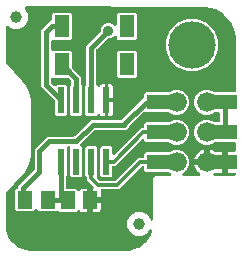
<source format=gbr>
G04 EAGLE Gerber RS-274X export*
G75*
%MOMM*%
%FSLAX34Y34*%
%LPD*%
%INBottom Copper*%
%IPPOS*%
%AMOC8*
5,1,8,0,0,1.08239X$1,22.5*%
G01*
%ADD10R,1.300000X1.900000*%
%ADD11R,1.240000X1.500000*%
%ADD12C,4.016000*%
%ADD13R,0.600000X2.200000*%
%ADD14C,1.676400*%
%ADD15R,2.032000X1.270000*%
%ADD16C,1.000000*%
%ADD17C,0.406400*%
%ADD18C,0.906400*%
%ADD19C,0.304800*%

G36*
X105432Y4067D02*
X105432Y4067D01*
X105510Y4069D01*
X108887Y4334D01*
X108955Y4348D01*
X109024Y4353D01*
X109180Y4393D01*
X115604Y6480D01*
X115711Y6530D01*
X115822Y6574D01*
X115873Y6607D01*
X115892Y6615D01*
X115907Y6628D01*
X115958Y6660D01*
X121422Y10631D01*
X121509Y10712D01*
X121556Y10751D01*
X121562Y10755D01*
X121563Y10756D01*
X121601Y10788D01*
X121639Y10834D01*
X121654Y10848D01*
X121665Y10866D01*
X121703Y10912D01*
X125674Y16376D01*
X125731Y16480D01*
X125795Y16580D01*
X125817Y16637D01*
X125827Y16655D01*
X125832Y16675D01*
X125854Y16730D01*
X127090Y20535D01*
X127095Y20561D01*
X127106Y20586D01*
X127125Y20717D01*
X127150Y20847D01*
X127148Y20874D01*
X127152Y20900D01*
X127138Y21032D01*
X127130Y21165D01*
X127122Y21190D01*
X127119Y21216D01*
X127073Y21341D01*
X127032Y21467D01*
X127017Y21490D01*
X127008Y21515D01*
X126932Y21624D01*
X126861Y21736D01*
X126842Y21754D01*
X126827Y21776D01*
X126726Y21863D01*
X126630Y21953D01*
X126606Y21966D01*
X126586Y21984D01*
X126467Y22043D01*
X126351Y22107D01*
X126325Y22113D01*
X126301Y22125D01*
X126171Y22153D01*
X126043Y22186D01*
X126016Y22186D01*
X125990Y22192D01*
X125857Y22186D01*
X125725Y22186D01*
X125699Y22180D01*
X125673Y22179D01*
X125545Y22140D01*
X125417Y22108D01*
X125394Y22095D01*
X125368Y22087D01*
X125254Y22018D01*
X125138Y21955D01*
X125119Y21936D01*
X125096Y21923D01*
X125003Y21828D01*
X124906Y21737D01*
X124892Y21715D01*
X124873Y21696D01*
X124784Y21562D01*
X123653Y19603D01*
X119012Y16923D01*
X113652Y16923D01*
X109011Y19603D01*
X106331Y24244D01*
X106331Y29604D01*
X109011Y34245D01*
X113652Y36925D01*
X119012Y36925D01*
X123653Y34245D01*
X125901Y30352D01*
X125989Y30236D01*
X126074Y30118D01*
X126085Y30109D01*
X126093Y30098D01*
X126207Y30008D01*
X126319Y29915D01*
X126332Y29909D01*
X126342Y29901D01*
X126476Y29841D01*
X126607Y29779D01*
X126620Y29777D01*
X126633Y29771D01*
X126777Y29747D01*
X126920Y29720D01*
X126933Y29721D01*
X126946Y29718D01*
X127092Y29730D01*
X127237Y29739D01*
X127250Y29744D01*
X127263Y29745D01*
X127401Y29793D01*
X127539Y29837D01*
X127551Y29845D01*
X127564Y29849D01*
X127685Y29930D01*
X127808Y30008D01*
X127817Y30017D01*
X127829Y30025D01*
X127926Y30133D01*
X128026Y30239D01*
X128033Y30251D01*
X128042Y30261D01*
X128109Y30390D01*
X128180Y30518D01*
X128183Y30531D01*
X128189Y30543D01*
X128223Y30685D01*
X128259Y30826D01*
X128260Y30844D01*
X128262Y30852D01*
X128262Y30870D01*
X128269Y30986D01*
X128269Y66076D01*
X129758Y67565D01*
X142079Y67565D01*
X142148Y67573D01*
X142218Y67572D01*
X142305Y67593D01*
X142394Y67605D01*
X142459Y67630D01*
X142527Y67647D01*
X142607Y67689D01*
X142690Y67722D01*
X142746Y67763D01*
X142808Y67795D01*
X142875Y67856D01*
X142947Y67908D01*
X142992Y67962D01*
X143044Y68009D01*
X143093Y68084D01*
X143150Y68153D01*
X143180Y68217D01*
X143218Y68275D01*
X143247Y68360D01*
X143286Y68441D01*
X143299Y68510D01*
X143321Y68576D01*
X143329Y68665D01*
X143345Y68753D01*
X143341Y68823D01*
X143347Y68893D01*
X143331Y68981D01*
X143326Y69071D01*
X143304Y69137D01*
X143292Y69206D01*
X143255Y69288D01*
X143228Y69373D01*
X143190Y69432D01*
X143162Y69496D01*
X143106Y69566D01*
X143058Y69642D01*
X143007Y69690D01*
X142963Y69744D01*
X142891Y69799D01*
X142826Y69860D01*
X142765Y69894D01*
X142709Y69936D01*
X142564Y70007D01*
X142183Y70165D01*
X142108Y70239D01*
X142030Y70300D01*
X141957Y70368D01*
X141904Y70397D01*
X141857Y70434D01*
X141766Y70474D01*
X141679Y70522D01*
X141620Y70537D01*
X141565Y70561D01*
X141467Y70576D01*
X141371Y70601D01*
X141271Y70607D01*
X141251Y70611D01*
X141239Y70609D01*
X141210Y70611D01*
X121840Y70611D01*
X120649Y71802D01*
X120649Y74422D01*
X120634Y74540D01*
X120627Y74659D01*
X120614Y74697D01*
X120609Y74738D01*
X120566Y74848D01*
X120529Y74961D01*
X120507Y74996D01*
X120492Y75033D01*
X120423Y75129D01*
X120359Y75230D01*
X120329Y75258D01*
X120306Y75291D01*
X120214Y75367D01*
X120127Y75448D01*
X120092Y75468D01*
X120061Y75493D01*
X119953Y75544D01*
X119849Y75602D01*
X119809Y75612D01*
X119773Y75629D01*
X119656Y75651D01*
X119541Y75681D01*
X119481Y75685D01*
X119461Y75689D01*
X119440Y75687D01*
X119380Y75691D01*
X119093Y75691D01*
X118995Y75679D01*
X118896Y75676D01*
X118838Y75659D01*
X118777Y75651D01*
X118685Y75615D01*
X118590Y75587D01*
X118538Y75557D01*
X118482Y75534D01*
X118402Y75476D01*
X118316Y75426D01*
X118241Y75360D01*
X118224Y75348D01*
X118217Y75338D01*
X118195Y75320D01*
X99009Y56133D01*
X84754Y56133D01*
X84629Y56118D01*
X84504Y56108D01*
X84472Y56098D01*
X84439Y56093D01*
X84322Y56047D01*
X84203Y56007D01*
X84174Y55989D01*
X84143Y55976D01*
X84041Y55903D01*
X83936Y55834D01*
X83913Y55809D01*
X83886Y55790D01*
X83805Y55693D01*
X83720Y55600D01*
X83704Y55571D01*
X83683Y55545D01*
X83629Y55431D01*
X83570Y55320D01*
X83562Y55287D01*
X83547Y55257D01*
X83524Y55134D01*
X83493Y55011D01*
X83494Y54978D01*
X83487Y54945D01*
X83495Y54819D01*
X83496Y54693D01*
X83506Y54645D01*
X83507Y54627D01*
X83514Y54607D01*
X83515Y54602D01*
X83515Y54598D01*
X83516Y54594D01*
X83519Y54582D01*
X83519Y49275D01*
X77317Y49275D01*
X77317Y57235D01*
X77402Y57332D01*
X77412Y57350D01*
X77424Y57365D01*
X77484Y57491D01*
X77547Y57615D01*
X77551Y57635D01*
X77560Y57653D01*
X77586Y57789D01*
X77617Y57925D01*
X77616Y57946D01*
X77620Y57965D01*
X77611Y58104D01*
X77607Y58243D01*
X77601Y58263D01*
X77600Y58283D01*
X77557Y58415D01*
X77519Y58549D01*
X77508Y58566D01*
X77502Y58585D01*
X77427Y58703D01*
X77357Y58823D01*
X77338Y58844D01*
X77332Y58854D01*
X77317Y58868D01*
X77251Y58943D01*
X72135Y64059D01*
X72135Y65820D01*
X72123Y65918D01*
X72120Y66017D01*
X72103Y66076D01*
X72095Y66136D01*
X72059Y66228D01*
X72031Y66323D01*
X72001Y66375D01*
X71978Y66431D01*
X71920Y66512D01*
X71870Y66597D01*
X71804Y66672D01*
X71792Y66689D01*
X71782Y66697D01*
X71764Y66718D01*
X70659Y67822D01*
X70659Y91506D01*
X71850Y92697D01*
X79534Y92697D01*
X80725Y91506D01*
X80725Y67822D01*
X80476Y67573D01*
X80403Y67479D01*
X80324Y67390D01*
X80306Y67354D01*
X80281Y67322D01*
X80234Y67212D01*
X80179Y67107D01*
X80171Y67067D01*
X80155Y67030D01*
X80136Y66912D01*
X80110Y66796D01*
X80111Y66756D01*
X80105Y66716D01*
X80116Y66597D01*
X80119Y66478D01*
X80131Y66440D01*
X80135Y66399D01*
X80175Y66287D01*
X80208Y66173D01*
X80228Y66138D01*
X80242Y66100D01*
X80309Y66001D01*
X80369Y65899D01*
X80409Y65854D01*
X80421Y65837D01*
X80436Y65823D01*
X80476Y65778D01*
X82635Y63618D01*
X82714Y63558D01*
X82786Y63490D01*
X82839Y63461D01*
X82887Y63424D01*
X82978Y63384D01*
X83064Y63336D01*
X83123Y63321D01*
X83179Y63297D01*
X83277Y63282D01*
X83372Y63257D01*
X83472Y63251D01*
X83493Y63247D01*
X83505Y63249D01*
X83533Y63247D01*
X95537Y63247D01*
X95635Y63259D01*
X95734Y63262D01*
X95792Y63279D01*
X95853Y63287D01*
X95945Y63323D01*
X96040Y63351D01*
X96092Y63381D01*
X96148Y63404D01*
X96228Y63462D01*
X96314Y63512D01*
X96389Y63578D01*
X96406Y63590D01*
X96413Y63600D01*
X96435Y63618D01*
X115621Y82805D01*
X119380Y82805D01*
X119498Y82820D01*
X119617Y82827D01*
X119655Y82840D01*
X119696Y82845D01*
X119806Y82888D01*
X119919Y82925D01*
X119954Y82947D01*
X119991Y82962D01*
X120087Y83031D01*
X120188Y83095D01*
X120216Y83125D01*
X120249Y83148D01*
X120325Y83240D01*
X120406Y83327D01*
X120426Y83362D01*
X120451Y83393D01*
X120502Y83501D01*
X120560Y83605D01*
X120570Y83645D01*
X120587Y83681D01*
X120609Y83798D01*
X120639Y83913D01*
X120643Y83973D01*
X120647Y83993D01*
X120645Y84014D01*
X120649Y84074D01*
X120649Y86186D01*
X121840Y87377D01*
X141210Y87377D01*
X141309Y87389D01*
X141408Y87392D01*
X141466Y87409D01*
X141526Y87417D01*
X141618Y87453D01*
X141713Y87481D01*
X141765Y87511D01*
X141822Y87534D01*
X141902Y87592D01*
X141987Y87642D01*
X142062Y87708D01*
X142079Y87720D01*
X142087Y87730D01*
X142108Y87749D01*
X142183Y87823D01*
X146010Y89409D01*
X150154Y89409D01*
X153981Y87823D01*
X156911Y84893D01*
X158497Y81066D01*
X158497Y76922D01*
X156911Y73095D01*
X153981Y70165D01*
X153600Y70007D01*
X153539Y69972D01*
X153474Y69946D01*
X153401Y69894D01*
X153323Y69849D01*
X153273Y69801D01*
X153217Y69760D01*
X153159Y69690D01*
X153095Y69628D01*
X153058Y69568D01*
X153014Y69515D01*
X152975Y69433D01*
X152929Y69357D01*
X152908Y69290D01*
X152878Y69227D01*
X152861Y69139D01*
X152835Y69053D01*
X152832Y68983D01*
X152819Y68914D01*
X152824Y68825D01*
X152820Y68735D01*
X152834Y68667D01*
X152838Y68597D01*
X152866Y68512D01*
X152884Y68424D01*
X152915Y68361D01*
X152936Y68295D01*
X152984Y68219D01*
X153024Y68138D01*
X153069Y68085D01*
X153106Y68026D01*
X153172Y67964D01*
X153230Y67896D01*
X153287Y67856D01*
X153338Y67808D01*
X153417Y67765D01*
X153490Y67713D01*
X153555Y67688D01*
X153617Y67654D01*
X153704Y67632D01*
X153788Y67600D01*
X153857Y67592D01*
X153925Y67575D01*
X154085Y67565D01*
X166724Y67565D01*
X166803Y67575D01*
X166883Y67575D01*
X166960Y67595D01*
X167039Y67605D01*
X167113Y67634D01*
X167191Y67654D01*
X167261Y67692D01*
X167335Y67722D01*
X167400Y67768D01*
X167469Y67807D01*
X167528Y67861D01*
X167592Y67908D01*
X167643Y67970D01*
X167701Y68024D01*
X167744Y68092D01*
X167795Y68153D01*
X167829Y68225D01*
X167872Y68293D01*
X167897Y68369D01*
X167931Y68441D01*
X167946Y68519D01*
X167970Y68595D01*
X167976Y68675D01*
X167991Y68753D01*
X167986Y68833D01*
X167991Y68913D01*
X167976Y68991D01*
X167971Y69071D01*
X167946Y69147D01*
X167931Y69225D01*
X167897Y69297D01*
X167873Y69373D01*
X167830Y69441D01*
X167796Y69513D01*
X167745Y69574D01*
X167703Y69642D01*
X167645Y69697D01*
X167594Y69758D01*
X167472Y69859D01*
X167471Y69860D01*
X167470Y69861D01*
X166366Y70663D01*
X165151Y71878D01*
X164140Y73269D01*
X163359Y74801D01*
X162828Y76436D01*
X162819Y76495D01*
X172252Y76495D01*
X172370Y76510D01*
X172489Y76517D01*
X172527Y76529D01*
X172567Y76535D01*
X172678Y76578D01*
X172791Y76615D01*
X172825Y76637D01*
X172863Y76652D01*
X172959Y76721D01*
X173060Y76785D01*
X173088Y76815D01*
X173120Y76838D01*
X173196Y76930D01*
X173278Y77017D01*
X173297Y77052D01*
X173323Y77083D01*
X173374Y77191D01*
X173431Y77295D01*
X173441Y77335D01*
X173459Y77371D01*
X173479Y77478D01*
X173483Y77448D01*
X173527Y77338D01*
X173563Y77225D01*
X173585Y77190D01*
X173600Y77153D01*
X173670Y77056D01*
X173733Y76956D01*
X173763Y76928D01*
X173787Y76895D01*
X173878Y76819D01*
X173965Y76738D01*
X174000Y76718D01*
X174032Y76693D01*
X174139Y76642D01*
X174244Y76584D01*
X174283Y76574D01*
X174319Y76557D01*
X174436Y76535D01*
X174552Y76505D01*
X174612Y76501D01*
X174632Y76497D01*
X174652Y76499D01*
X174712Y76495D01*
X185321Y76495D01*
X185346Y76486D01*
X185406Y76480D01*
X185464Y76465D01*
X185625Y76455D01*
X186183Y76455D01*
X186183Y70103D01*
X180240Y70103D01*
X180186Y70096D01*
X180132Y70099D01*
X180029Y70077D01*
X179925Y70063D01*
X179907Y70056D01*
X179874Y70043D01*
X179821Y70032D01*
X179673Y69969D01*
X179672Y69969D01*
X179652Y69955D01*
X179629Y69946D01*
X179520Y69867D01*
X179408Y69792D01*
X179392Y69774D01*
X179372Y69760D01*
X179286Y69656D01*
X179196Y69556D01*
X179185Y69534D01*
X179169Y69515D01*
X179112Y69393D01*
X179049Y69273D01*
X179044Y69249D01*
X179033Y69227D01*
X179008Y69095D01*
X178977Y68964D01*
X178978Y68939D01*
X178973Y68914D01*
X178982Y68780D01*
X178985Y68646D01*
X178992Y68622D01*
X178993Y68597D01*
X179035Y68469D01*
X179071Y68340D01*
X179084Y68318D01*
X179091Y68295D01*
X179163Y68181D01*
X179231Y68064D01*
X179248Y68047D01*
X179261Y68026D01*
X179359Y67934D01*
X179454Y67838D01*
X179475Y67825D01*
X179493Y67808D01*
X179611Y67743D01*
X179726Y67673D01*
X179750Y67666D01*
X179771Y67654D01*
X179902Y67621D01*
X180031Y67582D01*
X180055Y67581D01*
X180079Y67575D01*
X180240Y67565D01*
X196850Y67565D01*
X196968Y67580D01*
X197087Y67587D01*
X197125Y67600D01*
X197166Y67605D01*
X197276Y67648D01*
X197389Y67685D01*
X197424Y67707D01*
X197461Y67722D01*
X197557Y67791D01*
X197658Y67855D01*
X197686Y67885D01*
X197719Y67908D01*
X197795Y68000D01*
X197876Y68087D01*
X197896Y68122D01*
X197921Y68153D01*
X197970Y68257D01*
X197972Y68261D01*
X198030Y68365D01*
X198040Y68405D01*
X198057Y68441D01*
X198079Y68558D01*
X198109Y68673D01*
X198113Y68734D01*
X198117Y68754D01*
X198115Y68774D01*
X198119Y68834D01*
X198104Y68952D01*
X198097Y69071D01*
X198084Y69109D01*
X198079Y69150D01*
X198036Y69260D01*
X197999Y69373D01*
X197977Y69408D01*
X197962Y69445D01*
X197893Y69541D01*
X197829Y69642D01*
X197799Y69670D01*
X197776Y69703D01*
X197684Y69779D01*
X197597Y69860D01*
X197562Y69880D01*
X197531Y69905D01*
X197423Y69956D01*
X197319Y70014D01*
X197279Y70024D01*
X197243Y70041D01*
X197126Y70063D01*
X197011Y70093D01*
X196951Y70097D01*
X196931Y70101D01*
X196910Y70099D01*
X196850Y70103D01*
X191261Y70103D01*
X191261Y77724D01*
X191246Y77842D01*
X191239Y77961D01*
X191226Y77999D01*
X191221Y78039D01*
X191177Y78150D01*
X191141Y78263D01*
X191119Y78298D01*
X191104Y78335D01*
X191034Y78431D01*
X190971Y78532D01*
X190941Y78560D01*
X190917Y78592D01*
X190826Y78668D01*
X190739Y78750D01*
X190704Y78769D01*
X190672Y78795D01*
X190565Y78846D01*
X190461Y78903D01*
X190421Y78914D01*
X190385Y78931D01*
X190268Y78953D01*
X190153Y78983D01*
X190092Y78987D01*
X190072Y78991D01*
X190052Y78989D01*
X189992Y78993D01*
X188721Y78993D01*
X188721Y78995D01*
X189992Y78995D01*
X190110Y79010D01*
X190229Y79017D01*
X190267Y79030D01*
X190307Y79035D01*
X190418Y79079D01*
X190531Y79115D01*
X190566Y79137D01*
X190603Y79152D01*
X190699Y79222D01*
X190800Y79285D01*
X190828Y79315D01*
X190860Y79339D01*
X190936Y79430D01*
X191018Y79517D01*
X191037Y79552D01*
X191063Y79584D01*
X191114Y79691D01*
X191171Y79795D01*
X191182Y79835D01*
X191199Y79871D01*
X191221Y79988D01*
X191251Y80103D01*
X191255Y80164D01*
X191259Y80184D01*
X191257Y80204D01*
X191261Y80264D01*
X191261Y87885D01*
X196850Y87885D01*
X196968Y87900D01*
X197087Y87907D01*
X197125Y87920D01*
X197166Y87925D01*
X197276Y87968D01*
X197389Y88005D01*
X197424Y88027D01*
X197461Y88042D01*
X197557Y88111D01*
X197658Y88175D01*
X197686Y88205D01*
X197719Y88228D01*
X197795Y88320D01*
X197876Y88407D01*
X197896Y88442D01*
X197921Y88473D01*
X197972Y88581D01*
X198030Y88685D01*
X198040Y88725D01*
X198057Y88761D01*
X198079Y88878D01*
X198109Y88993D01*
X198113Y89053D01*
X198117Y89073D01*
X198115Y89094D01*
X198119Y89154D01*
X198119Y94742D01*
X198104Y94860D01*
X198097Y94979D01*
X198084Y95017D01*
X198079Y95058D01*
X198036Y95168D01*
X197999Y95281D01*
X197977Y95316D01*
X197962Y95353D01*
X197893Y95449D01*
X197829Y95550D01*
X197799Y95578D01*
X197776Y95611D01*
X197684Y95687D01*
X197597Y95768D01*
X197562Y95788D01*
X197531Y95813D01*
X197423Y95864D01*
X197319Y95922D01*
X197279Y95932D01*
X197243Y95949D01*
X197126Y95971D01*
X197011Y96001D01*
X196951Y96005D01*
X196931Y96009D01*
X196910Y96007D01*
X196850Y96011D01*
X180354Y96011D01*
X180255Y95999D01*
X180156Y95996D01*
X180098Y95979D01*
X180038Y95971D01*
X179946Y95935D01*
X179851Y95907D01*
X179799Y95877D01*
X179742Y95854D01*
X179662Y95796D01*
X179577Y95746D01*
X179502Y95680D01*
X179485Y95668D01*
X179477Y95658D01*
X179456Y95639D01*
X179381Y95565D01*
X175554Y93979D01*
X171410Y93979D01*
X167583Y95565D01*
X164653Y98495D01*
X163067Y102322D01*
X163067Y106466D01*
X164653Y110293D01*
X167583Y113223D01*
X171410Y114809D01*
X175554Y114809D01*
X179381Y113223D01*
X179456Y113149D01*
X179534Y113088D01*
X179607Y113020D01*
X179660Y112991D01*
X179707Y112954D01*
X179798Y112914D01*
X179885Y112866D01*
X179944Y112851D01*
X179999Y112827D01*
X180097Y112812D01*
X180193Y112787D01*
X180293Y112781D01*
X180313Y112777D01*
X180325Y112779D01*
X180354Y112777D01*
X183388Y112777D01*
X183506Y112792D01*
X183625Y112799D01*
X183663Y112812D01*
X183704Y112817D01*
X183814Y112860D01*
X183927Y112897D01*
X183962Y112919D01*
X183999Y112934D01*
X184095Y113003D01*
X184196Y113067D01*
X184224Y113097D01*
X184257Y113120D01*
X184333Y113212D01*
X184414Y113299D01*
X184434Y113334D01*
X184459Y113365D01*
X184510Y113473D01*
X184568Y113577D01*
X184578Y113617D01*
X184595Y113653D01*
X184617Y113770D01*
X184647Y113885D01*
X184651Y113945D01*
X184655Y113965D01*
X184653Y113986D01*
X184657Y114046D01*
X184657Y120142D01*
X184642Y120260D01*
X184635Y120379D01*
X184622Y120417D01*
X184617Y120458D01*
X184574Y120568D01*
X184537Y120681D01*
X184515Y120716D01*
X184500Y120753D01*
X184431Y120849D01*
X184367Y120950D01*
X184337Y120978D01*
X184314Y121011D01*
X184222Y121087D01*
X184135Y121168D01*
X184100Y121188D01*
X184069Y121213D01*
X183961Y121264D01*
X183857Y121322D01*
X183817Y121332D01*
X183781Y121349D01*
X183664Y121371D01*
X183549Y121401D01*
X183489Y121405D01*
X183469Y121409D01*
X183448Y121407D01*
X183388Y121411D01*
X180354Y121411D01*
X180255Y121399D01*
X180156Y121396D01*
X180098Y121379D01*
X180038Y121371D01*
X179946Y121335D01*
X179851Y121307D01*
X179799Y121277D01*
X179742Y121254D01*
X179662Y121196D01*
X179577Y121146D01*
X179502Y121080D01*
X179485Y121068D01*
X179477Y121058D01*
X179456Y121040D01*
X179381Y120965D01*
X175554Y119379D01*
X171410Y119379D01*
X167583Y120965D01*
X164653Y123895D01*
X163067Y127722D01*
X163067Y131866D01*
X164653Y135693D01*
X167583Y138623D01*
X171410Y140209D01*
X175554Y140209D01*
X179381Y138623D01*
X179456Y138548D01*
X179534Y138488D01*
X179607Y138420D01*
X179660Y138391D01*
X179707Y138354D01*
X179798Y138314D01*
X179885Y138266D01*
X179944Y138251D01*
X179999Y138227D01*
X180097Y138212D01*
X180193Y138187D01*
X180293Y138181D01*
X180313Y138177D01*
X180326Y138179D01*
X180354Y138177D01*
X196850Y138177D01*
X196968Y138192D01*
X197087Y138199D01*
X197125Y138212D01*
X197166Y138217D01*
X197276Y138260D01*
X197389Y138297D01*
X197424Y138319D01*
X197461Y138334D01*
X197557Y138403D01*
X197658Y138467D01*
X197686Y138497D01*
X197719Y138520D01*
X197795Y138612D01*
X197876Y138699D01*
X197896Y138734D01*
X197921Y138765D01*
X197972Y138873D01*
X198030Y138977D01*
X198040Y139017D01*
X198057Y139053D01*
X198079Y139170D01*
X198109Y139285D01*
X198113Y139345D01*
X198117Y139365D01*
X198115Y139386D01*
X198119Y139446D01*
X198119Y185184D01*
X198116Y185206D01*
X198118Y185228D01*
X198103Y185389D01*
X197440Y189455D01*
X197420Y189521D01*
X197410Y189589D01*
X197357Y189742D01*
X194116Y197466D01*
X194083Y197523D01*
X194081Y197530D01*
X194060Y197564D01*
X194057Y197569D01*
X194004Y197676D01*
X193967Y197724D01*
X193957Y197742D01*
X193943Y197756D01*
X193911Y197798D01*
X193911Y197799D01*
X193910Y197799D01*
X193907Y197804D01*
X188437Y204149D01*
X188349Y204229D01*
X188266Y204313D01*
X188216Y204348D01*
X188201Y204362D01*
X188183Y204371D01*
X188134Y204405D01*
X180971Y208750D01*
X180863Y208798D01*
X180757Y208853D01*
X180699Y208871D01*
X180680Y208879D01*
X180660Y208883D01*
X180603Y208900D01*
X172449Y210818D01*
X172380Y210825D01*
X172313Y210842D01*
X172152Y210852D01*
X169228Y210838D01*
X169133Y210826D01*
X169038Y210823D01*
X169017Y210817D01*
X167798Y210819D01*
X167776Y210816D01*
X167690Y210815D01*
X166706Y210733D01*
X166602Y210760D01*
X166494Y210796D01*
X166448Y210800D01*
X166404Y210811D01*
X166244Y210821D01*
X20826Y211043D01*
X20694Y211026D01*
X20560Y211015D01*
X20536Y211007D01*
X20510Y211003D01*
X20386Y210955D01*
X20260Y210911D01*
X20238Y210896D01*
X20214Y210887D01*
X20106Y210809D01*
X19995Y210735D01*
X19978Y210716D01*
X19956Y210700D01*
X19871Y210598D01*
X19782Y210499D01*
X19770Y210476D01*
X19753Y210456D01*
X19696Y210335D01*
X19634Y210217D01*
X19628Y210192D01*
X19617Y210168D01*
X19592Y210037D01*
X19561Y209907D01*
X19562Y209881D01*
X19557Y209856D01*
X19565Y209723D01*
X19568Y209590D01*
X19575Y209564D01*
X19576Y209538D01*
X19617Y209412D01*
X19653Y209283D01*
X19669Y209250D01*
X19674Y209236D01*
X19685Y209217D01*
X19724Y209139D01*
X22193Y204864D01*
X22193Y199504D01*
X19513Y194863D01*
X14872Y192183D01*
X9512Y192183D01*
X5207Y194669D01*
X5084Y194721D01*
X4965Y194777D01*
X4938Y194782D01*
X4913Y194792D01*
X4782Y194812D01*
X4652Y194837D01*
X4626Y194835D01*
X4599Y194839D01*
X4467Y194825D01*
X4335Y194817D01*
X4309Y194809D01*
X4283Y194806D01*
X4158Y194760D01*
X4033Y194719D01*
X4010Y194704D01*
X3984Y194695D01*
X3876Y194620D01*
X3764Y194549D01*
X3745Y194529D01*
X3723Y194514D01*
X3637Y194414D01*
X3546Y194317D01*
X3533Y194293D01*
X3515Y194273D01*
X3456Y194154D01*
X3392Y194039D01*
X3386Y194013D01*
X3374Y193988D01*
X3346Y193859D01*
X3313Y193731D01*
X3311Y193693D01*
X3307Y193677D01*
X3308Y193655D01*
X3303Y193570D01*
X3303Y164212D01*
X3309Y164165D01*
X3306Y164118D01*
X3328Y164008D01*
X3343Y163896D01*
X3360Y163852D01*
X3369Y163806D01*
X3418Y163705D01*
X3460Y163601D01*
X3487Y163562D01*
X3508Y163520D01*
X3604Y163391D01*
X16749Y147886D01*
X16765Y147871D01*
X16820Y147809D01*
X19310Y145319D01*
X22989Y138948D01*
X24893Y131841D01*
X24893Y84567D01*
X22989Y77460D01*
X19310Y71089D01*
X16820Y68599D01*
X16806Y68581D01*
X16749Y68522D01*
X3604Y53017D01*
X3578Y52978D01*
X3546Y52943D01*
X3492Y52845D01*
X3430Y52751D01*
X3415Y52706D01*
X3392Y52665D01*
X3364Y52556D01*
X3328Y52449D01*
X3325Y52402D01*
X3313Y52357D01*
X3303Y52196D01*
X3303Y27172D01*
X3313Y27091D01*
X3313Y27009D01*
X3333Y26934D01*
X3337Y26898D01*
X3303Y25638D01*
X3304Y25627D01*
X3303Y25603D01*
X3303Y25524D01*
X3305Y25506D01*
X3304Y25458D01*
X3462Y22400D01*
X3474Y22332D01*
X3477Y22262D01*
X3512Y22105D01*
X5257Y16196D01*
X5305Y16087D01*
X5346Y15976D01*
X5377Y15924D01*
X5385Y15905D01*
X5398Y15889D01*
X5428Y15838D01*
X8914Y10757D01*
X8993Y10668D01*
X9066Y10575D01*
X9112Y10534D01*
X9125Y10519D01*
X9142Y10508D01*
X9187Y10469D01*
X14072Y6714D01*
X14174Y6654D01*
X14273Y6587D01*
X14329Y6563D01*
X14346Y6553D01*
X14366Y6547D01*
X14421Y6524D01*
X20227Y4462D01*
X20295Y4447D01*
X20359Y4423D01*
X20518Y4396D01*
X23578Y4072D01*
X23595Y4072D01*
X23712Y4065D01*
X105410Y4065D01*
X105432Y4067D01*
G37*
%LPC*%
G36*
X68244Y36695D02*
X68244Y36695D01*
X67597Y36868D01*
X67018Y37203D01*
X66545Y37676D01*
X66182Y38305D01*
X66106Y38405D01*
X66035Y38509D01*
X66010Y38532D01*
X65989Y38559D01*
X65891Y38637D01*
X65797Y38720D01*
X65767Y38735D01*
X65740Y38756D01*
X65625Y38807D01*
X65513Y38865D01*
X65480Y38872D01*
X65450Y38886D01*
X65325Y38907D01*
X65203Y38934D01*
X65169Y38933D01*
X65136Y38939D01*
X65011Y38928D01*
X64885Y38925D01*
X64853Y38915D01*
X64819Y38912D01*
X64700Y38871D01*
X64580Y38836D01*
X64551Y38819D01*
X64519Y38808D01*
X64414Y38738D01*
X64306Y38675D01*
X64269Y38642D01*
X64254Y38632D01*
X64239Y38616D01*
X64185Y38568D01*
X62820Y37203D01*
X48736Y37203D01*
X48015Y37925D01*
X47921Y37998D01*
X47831Y38077D01*
X47795Y38095D01*
X47763Y38120D01*
X47654Y38167D01*
X47548Y38221D01*
X47509Y38230D01*
X47471Y38246D01*
X47354Y38265D01*
X47238Y38291D01*
X47197Y38290D01*
X47157Y38296D01*
X47039Y38285D01*
X46920Y38281D01*
X46881Y38270D01*
X46841Y38266D01*
X46728Y38226D01*
X46614Y38193D01*
X46580Y38172D01*
X46541Y38159D01*
X46443Y38092D01*
X46340Y38031D01*
X46295Y37991D01*
X46278Y37980D01*
X46265Y37965D01*
X46220Y37925D01*
X45752Y37457D01*
X31668Y37457D01*
X30107Y39018D01*
X30013Y39091D01*
X29924Y39170D01*
X29888Y39188D01*
X29856Y39213D01*
X29747Y39260D01*
X29641Y39314D01*
X29602Y39323D01*
X29564Y39339D01*
X29447Y39358D01*
X29331Y39384D01*
X29290Y39383D01*
X29250Y39389D01*
X29132Y39378D01*
X29013Y39374D01*
X28974Y39363D01*
X28934Y39359D01*
X28822Y39319D01*
X28707Y39286D01*
X28672Y39265D01*
X28634Y39252D01*
X28536Y39185D01*
X28433Y39124D01*
X28388Y39084D01*
X28371Y39073D01*
X28358Y39058D01*
X28312Y39018D01*
X26752Y37457D01*
X12668Y37457D01*
X11477Y38648D01*
X11477Y55332D01*
X12694Y56549D01*
X12721Y56558D01*
X12762Y56563D01*
X12872Y56606D01*
X12985Y56643D01*
X13020Y56665D01*
X13057Y56680D01*
X13153Y56749D01*
X13254Y56813D01*
X13282Y56843D01*
X13315Y56866D01*
X13391Y56958D01*
X13472Y57045D01*
X13492Y57080D01*
X13517Y57111D01*
X13568Y57219D01*
X13626Y57323D01*
X13636Y57363D01*
X13653Y57399D01*
X13675Y57516D01*
X13705Y57631D01*
X13709Y57691D01*
X13713Y57711D01*
X13711Y57732D01*
X13715Y57792D01*
X13715Y58834D01*
X27314Y72432D01*
X27374Y72510D01*
X27442Y72582D01*
X27471Y72635D01*
X27508Y72683D01*
X27548Y72774D01*
X27596Y72861D01*
X27611Y72919D01*
X27635Y72975D01*
X27650Y73073D01*
X27675Y73169D01*
X27681Y73269D01*
X27685Y73289D01*
X27683Y73301D01*
X27685Y73329D01*
X27685Y90584D01*
X37940Y100839D01*
X60783Y100839D01*
X60881Y100851D01*
X60980Y100854D01*
X61038Y100871D01*
X61098Y100879D01*
X61190Y100915D01*
X61285Y100943D01*
X61337Y100973D01*
X61394Y100996D01*
X61474Y101054D01*
X61559Y101104D01*
X61635Y101170D01*
X61651Y101182D01*
X61659Y101192D01*
X61680Y101210D01*
X75278Y114809D01*
X100915Y114809D01*
X101013Y114821D01*
X101112Y114824D01*
X101170Y114841D01*
X101230Y114849D01*
X101322Y114885D01*
X101417Y114913D01*
X101469Y114943D01*
X101526Y114966D01*
X101606Y115024D01*
X101691Y115074D01*
X101767Y115140D01*
X101783Y115152D01*
X101791Y115162D01*
X101812Y115180D01*
X119002Y132370D01*
X119008Y132378D01*
X119023Y132392D01*
X120298Y133728D01*
X120348Y133796D01*
X120406Y133857D01*
X120442Y133923D01*
X120487Y133984D01*
X120519Y134062D01*
X120560Y134136D01*
X120578Y134208D01*
X120607Y134278D01*
X120618Y134362D01*
X120639Y134443D01*
X120648Y134584D01*
X120649Y134593D01*
X120649Y134597D01*
X120649Y134604D01*
X120649Y136986D01*
X121840Y138177D01*
X141210Y138177D01*
X141309Y138189D01*
X141408Y138192D01*
X141466Y138209D01*
X141526Y138217D01*
X141618Y138253D01*
X141713Y138281D01*
X141765Y138311D01*
X141822Y138334D01*
X141902Y138392D01*
X141987Y138442D01*
X142062Y138508D01*
X142079Y138520D01*
X142087Y138530D01*
X142108Y138548D01*
X142183Y138623D01*
X146010Y140209D01*
X150154Y140209D01*
X153981Y138623D01*
X156911Y135693D01*
X158497Y131866D01*
X158497Y127722D01*
X156911Y123895D01*
X153981Y120965D01*
X150154Y119379D01*
X146010Y119379D01*
X142183Y120965D01*
X142108Y121040D01*
X142030Y121100D01*
X141957Y121168D01*
X141904Y121197D01*
X141857Y121234D01*
X141766Y121274D01*
X141679Y121322D01*
X141620Y121337D01*
X141565Y121361D01*
X141467Y121376D01*
X141371Y121401D01*
X141271Y121407D01*
X141251Y121411D01*
X141238Y121409D01*
X141210Y121411D01*
X121840Y121411D01*
X121587Y121664D01*
X121493Y121737D01*
X121404Y121816D01*
X121368Y121834D01*
X121336Y121859D01*
X121227Y121906D01*
X121121Y121960D01*
X121081Y121969D01*
X121044Y121985D01*
X120926Y122004D01*
X120811Y122030D01*
X120770Y122029D01*
X120730Y122035D01*
X120612Y122024D01*
X120493Y122020D01*
X120454Y122009D01*
X120414Y122005D01*
X120302Y121965D01*
X120187Y121932D01*
X120152Y121911D01*
X120114Y121898D01*
X120016Y121831D01*
X119913Y121770D01*
X119868Y121730D01*
X119851Y121719D01*
X119838Y121704D01*
X119792Y121664D01*
X108068Y109940D01*
X108008Y109862D01*
X107940Y109790D01*
X107911Y109737D01*
X107874Y109689D01*
X107834Y109598D01*
X107786Y109511D01*
X107771Y109453D01*
X107747Y109397D01*
X107732Y109299D01*
X107707Y109203D01*
X107701Y109103D01*
X107697Y109083D01*
X107699Y109071D01*
X107698Y109062D01*
X105316Y106679D01*
X79171Y106679D01*
X79073Y106667D01*
X78974Y106664D01*
X78916Y106647D01*
X78856Y106639D01*
X78764Y106603D01*
X78669Y106575D01*
X78617Y106545D01*
X78560Y106522D01*
X78480Y106464D01*
X78395Y106414D01*
X78319Y106348D01*
X78303Y106336D01*
X78295Y106326D01*
X78274Y106308D01*
X66646Y94680D01*
X66573Y94585D01*
X66494Y94496D01*
X66476Y94460D01*
X66451Y94428D01*
X66404Y94319D01*
X66350Y94213D01*
X66341Y94174D01*
X66325Y94137D01*
X66306Y94019D01*
X66280Y93903D01*
X66281Y93862D01*
X66275Y93822D01*
X66286Y93704D01*
X66290Y93585D01*
X66301Y93546D01*
X66305Y93506D01*
X66345Y93394D01*
X66378Y93279D01*
X66399Y93245D01*
X66412Y93207D01*
X66479Y93108D01*
X66540Y93005D01*
X66579Y92960D01*
X66591Y92943D01*
X66606Y92930D01*
X66646Y92885D01*
X68025Y91506D01*
X68025Y67822D01*
X66834Y66631D01*
X59150Y66631D01*
X57959Y67822D01*
X57959Y91440D01*
X57944Y91558D01*
X57937Y91677D01*
X57924Y91715D01*
X57919Y91756D01*
X57876Y91866D01*
X57839Y91979D01*
X57817Y92014D01*
X57802Y92051D01*
X57733Y92147D01*
X57669Y92248D01*
X57639Y92276D01*
X57616Y92309D01*
X57524Y92385D01*
X57437Y92466D01*
X57402Y92486D01*
X57371Y92511D01*
X57263Y92562D01*
X57159Y92620D01*
X57119Y92630D01*
X57083Y92647D01*
X56966Y92669D01*
X56851Y92699D01*
X56791Y92703D01*
X56771Y92707D01*
X56750Y92705D01*
X56690Y92709D01*
X56594Y92709D01*
X56476Y92694D01*
X56357Y92687D01*
X56319Y92674D01*
X56278Y92669D01*
X56168Y92626D01*
X56055Y92589D01*
X56020Y92567D01*
X55983Y92552D01*
X55887Y92483D01*
X55786Y92419D01*
X55758Y92389D01*
X55725Y92366D01*
X55649Y92274D01*
X55568Y92187D01*
X55548Y92152D01*
X55523Y92121D01*
X55472Y92013D01*
X55414Y91909D01*
X55404Y91869D01*
X55387Y91833D01*
X55365Y91716D01*
X55335Y91601D01*
X55331Y91541D01*
X55327Y91521D01*
X55329Y91500D01*
X55325Y91440D01*
X55325Y67822D01*
X54728Y67226D01*
X54668Y67147D01*
X54600Y67075D01*
X54571Y67022D01*
X54534Y66974D01*
X54494Y66884D01*
X54446Y66797D01*
X54431Y66738D01*
X54407Y66683D01*
X54392Y66585D01*
X54367Y66489D01*
X54361Y66389D01*
X54357Y66369D01*
X54359Y66356D01*
X54357Y66328D01*
X54357Y57538D01*
X54372Y57420D01*
X54379Y57301D01*
X54392Y57263D01*
X54397Y57222D01*
X54441Y57111D01*
X54477Y56999D01*
X54499Y56964D01*
X54514Y56927D01*
X54583Y56831D01*
X54647Y56730D01*
X54677Y56702D01*
X54700Y56669D01*
X54792Y56593D01*
X54879Y56512D01*
X54914Y56492D01*
X54945Y56467D01*
X55053Y56416D01*
X55157Y56358D01*
X55197Y56348D01*
X55233Y56331D01*
X55350Y56309D01*
X55465Y56279D01*
X55525Y56275D01*
X55545Y56271D01*
X55566Y56273D01*
X55626Y56269D01*
X62820Y56269D01*
X64185Y54904D01*
X64284Y54827D01*
X64379Y54745D01*
X64409Y54730D01*
X64436Y54709D01*
X64551Y54659D01*
X64664Y54603D01*
X64697Y54596D01*
X64728Y54583D01*
X64852Y54563D01*
X64975Y54537D01*
X65009Y54538D01*
X65042Y54533D01*
X65167Y54544D01*
X65293Y54550D01*
X65325Y54559D01*
X65359Y54563D01*
X65477Y54605D01*
X65597Y54641D01*
X65626Y54659D01*
X65658Y54670D01*
X65762Y54741D01*
X65870Y54806D01*
X65893Y54830D01*
X65921Y54849D01*
X66004Y54943D01*
X66092Y55033D01*
X66119Y55073D01*
X66132Y55087D01*
X66142Y55107D01*
X66182Y55167D01*
X66545Y55796D01*
X67018Y56269D01*
X67597Y56604D01*
X68244Y56777D01*
X72239Y56777D01*
X72239Y48006D01*
X72254Y47888D01*
X72261Y47769D01*
X72274Y47731D01*
X72279Y47691D01*
X72322Y47580D01*
X72359Y47467D01*
X72381Y47432D01*
X72396Y47395D01*
X72466Y47299D01*
X72529Y47198D01*
X72559Y47170D01*
X72583Y47138D01*
X72674Y47062D01*
X72761Y46980D01*
X72796Y46961D01*
X72827Y46935D01*
X72935Y46884D01*
X73039Y46827D01*
X73079Y46816D01*
X73115Y46799D01*
X73232Y46777D01*
X73347Y46747D01*
X73408Y46743D01*
X73428Y46739D01*
X73448Y46741D01*
X73508Y46737D01*
X74779Y46737D01*
X74779Y46735D01*
X73508Y46735D01*
X73390Y46720D01*
X73271Y46713D01*
X73233Y46700D01*
X73193Y46695D01*
X73082Y46651D01*
X72969Y46615D01*
X72934Y46593D01*
X72897Y46578D01*
X72801Y46508D01*
X72700Y46445D01*
X72672Y46415D01*
X72639Y46391D01*
X72564Y46300D01*
X72482Y46213D01*
X72462Y46178D01*
X72437Y46146D01*
X72386Y46039D01*
X72328Y45935D01*
X72318Y45895D01*
X72301Y45859D01*
X72279Y45742D01*
X72249Y45627D01*
X72245Y45566D01*
X72241Y45546D01*
X72243Y45526D01*
X72239Y45466D01*
X72239Y36695D01*
X68244Y36695D01*
G37*
%LPD*%
%LPC*%
G36*
X46450Y118631D02*
X46450Y118631D01*
X45259Y119822D01*
X45259Y130423D01*
X45247Y130521D01*
X45244Y130620D01*
X45227Y130678D01*
X45219Y130738D01*
X45183Y130830D01*
X45155Y130925D01*
X45125Y130977D01*
X45102Y131034D01*
X45044Y131114D01*
X44994Y131199D01*
X44928Y131275D01*
X44916Y131291D01*
X44906Y131299D01*
X44888Y131320D01*
X36280Y139928D01*
X33527Y142680D01*
X33527Y191168D01*
X40997Y198637D01*
X41048Y198644D01*
X41167Y198651D01*
X41205Y198664D01*
X41246Y198669D01*
X41356Y198712D01*
X41469Y198749D01*
X41504Y198771D01*
X41541Y198786D01*
X41637Y198855D01*
X41738Y198919D01*
X41766Y198949D01*
X41799Y198972D01*
X41875Y199064D01*
X41956Y199151D01*
X41976Y199186D01*
X42001Y199217D01*
X42052Y199325D01*
X42110Y199429D01*
X42120Y199469D01*
X42137Y199505D01*
X42159Y199622D01*
X42189Y199737D01*
X42193Y199797D01*
X42197Y199817D01*
X42195Y199838D01*
X42199Y199898D01*
X42199Y204396D01*
X43390Y205587D01*
X58074Y205587D01*
X59265Y204396D01*
X59265Y183712D01*
X58074Y182521D01*
X42926Y182521D01*
X42808Y182506D01*
X42689Y182499D01*
X42651Y182486D01*
X42610Y182481D01*
X42500Y182438D01*
X42387Y182401D01*
X42352Y182379D01*
X42315Y182364D01*
X42219Y182295D01*
X42118Y182231D01*
X42090Y182201D01*
X42057Y182178D01*
X41981Y182086D01*
X41900Y181999D01*
X41880Y181964D01*
X41855Y181933D01*
X41804Y181825D01*
X41746Y181721D01*
X41736Y181681D01*
X41719Y181645D01*
X41697Y181528D01*
X41667Y181413D01*
X41663Y181353D01*
X41659Y181333D01*
X41661Y181312D01*
X41657Y181252D01*
X41657Y174856D01*
X41672Y174738D01*
X41679Y174619D01*
X41692Y174581D01*
X41697Y174540D01*
X41740Y174430D01*
X41777Y174317D01*
X41799Y174282D01*
X41814Y174245D01*
X41883Y174149D01*
X41947Y174048D01*
X41977Y174020D01*
X42000Y173987D01*
X42092Y173911D01*
X42179Y173830D01*
X42214Y173810D01*
X42245Y173785D01*
X42353Y173734D01*
X42457Y173676D01*
X42497Y173666D01*
X42533Y173649D01*
X42650Y173627D01*
X42765Y173597D01*
X42825Y173593D01*
X42845Y173589D01*
X42866Y173591D01*
X42926Y173587D01*
X58074Y173587D01*
X59265Y172396D01*
X59265Y159795D01*
X59277Y159697D01*
X59280Y159598D01*
X59297Y159540D01*
X59305Y159480D01*
X59341Y159388D01*
X59369Y159293D01*
X59399Y159241D01*
X59422Y159184D01*
X59480Y159104D01*
X59530Y159019D01*
X59596Y158943D01*
X59608Y158927D01*
X59618Y158919D01*
X59636Y158898D01*
X67057Y151478D01*
X67057Y145000D01*
X67069Y144902D01*
X67072Y144803D01*
X67089Y144744D01*
X67097Y144684D01*
X67133Y144592D01*
X67161Y144497D01*
X67191Y144445D01*
X67214Y144389D01*
X67272Y144308D01*
X67322Y144223D01*
X67388Y144148D01*
X67400Y144131D01*
X67410Y144123D01*
X67428Y144102D01*
X68025Y143506D01*
X68025Y119822D01*
X66834Y118631D01*
X59150Y118631D01*
X57959Y119822D01*
X57959Y143506D01*
X58556Y144102D01*
X58616Y144181D01*
X58684Y144253D01*
X58713Y144306D01*
X58750Y144354D01*
X58790Y144444D01*
X58838Y144531D01*
X58853Y144590D01*
X58877Y144645D01*
X58892Y144743D01*
X58917Y144839D01*
X58923Y144939D01*
X58927Y144959D01*
X58925Y144972D01*
X58927Y145000D01*
X58927Y147585D01*
X58915Y147683D01*
X58912Y147782D01*
X58895Y147840D01*
X58887Y147900D01*
X58851Y147992D01*
X58823Y148087D01*
X58793Y148139D01*
X58770Y148196D01*
X58712Y148276D01*
X58662Y148361D01*
X58596Y148437D01*
X58584Y148453D01*
X58574Y148461D01*
X58556Y148482D01*
X56888Y150150D01*
X56810Y150210D01*
X56738Y150278D01*
X56685Y150307D01*
X56637Y150344D01*
X56546Y150384D01*
X56459Y150432D01*
X56401Y150447D01*
X56345Y150471D01*
X56247Y150486D01*
X56151Y150511D01*
X56051Y150517D01*
X56031Y150521D01*
X56019Y150519D01*
X55991Y150521D01*
X42926Y150521D01*
X42808Y150506D01*
X42689Y150499D01*
X42651Y150486D01*
X42610Y150481D01*
X42500Y150438D01*
X42387Y150401D01*
X42352Y150379D01*
X42315Y150364D01*
X42219Y150295D01*
X42118Y150231D01*
X42090Y150201D01*
X42057Y150178D01*
X41981Y150086D01*
X41900Y149999D01*
X41880Y149964D01*
X41855Y149933D01*
X41804Y149825D01*
X41746Y149721D01*
X41736Y149681D01*
X41719Y149645D01*
X41697Y149528D01*
X41667Y149413D01*
X41663Y149353D01*
X41659Y149333D01*
X41661Y149312D01*
X41657Y149252D01*
X41657Y146573D01*
X41669Y146475D01*
X41672Y146376D01*
X41689Y146318D01*
X41697Y146258D01*
X41733Y146166D01*
X41761Y146071D01*
X41791Y146019D01*
X41814Y145962D01*
X41872Y145882D01*
X41922Y145797D01*
X41988Y145721D01*
X42000Y145705D01*
X42010Y145697D01*
X42028Y145676D01*
X43831Y143873D01*
X43926Y143800D01*
X44015Y143721D01*
X44051Y143703D01*
X44083Y143678D01*
X44192Y143631D01*
X44298Y143577D01*
X44337Y143568D01*
X44374Y143552D01*
X44492Y143533D01*
X44608Y143507D01*
X44649Y143508D01*
X44689Y143502D01*
X44807Y143513D01*
X44926Y143517D01*
X44965Y143528D01*
X45005Y143532D01*
X45117Y143572D01*
X45232Y143605D01*
X45266Y143626D01*
X45304Y143639D01*
X45403Y143706D01*
X45505Y143767D01*
X45551Y143807D01*
X45568Y143818D01*
X45581Y143833D01*
X45626Y143873D01*
X46450Y144697D01*
X54134Y144697D01*
X55325Y143506D01*
X55325Y119822D01*
X54134Y118631D01*
X46450Y118631D01*
G37*
%LPD*%
%LPC*%
G36*
X156383Y156449D02*
X156383Y156449D01*
X148256Y159816D01*
X142036Y166036D01*
X138669Y174163D01*
X138669Y182961D01*
X142036Y191088D01*
X148256Y197308D01*
X156383Y200675D01*
X165181Y200675D01*
X173308Y197308D01*
X179528Y191088D01*
X182895Y182961D01*
X182895Y174163D01*
X179528Y166036D01*
X173308Y159816D01*
X165181Y156449D01*
X156383Y156449D01*
G37*
%LPD*%
%LPC*%
G36*
X85058Y118123D02*
X85058Y118123D01*
X84411Y118296D01*
X83832Y118631D01*
X83359Y119104D01*
X82959Y119797D01*
X82883Y119897D01*
X82812Y120001D01*
X82787Y120023D01*
X82767Y120050D01*
X82668Y120128D01*
X82574Y120211D01*
X82544Y120227D01*
X82518Y120248D01*
X82402Y120299D01*
X82291Y120356D01*
X82258Y120363D01*
X82227Y120377D01*
X82103Y120398D01*
X81980Y120426D01*
X81947Y120425D01*
X81913Y120430D01*
X81788Y120420D01*
X81663Y120416D01*
X81630Y120407D01*
X81597Y120404D01*
X81478Y120362D01*
X81357Y120328D01*
X81328Y120310D01*
X81296Y120299D01*
X81191Y120230D01*
X81083Y120166D01*
X81046Y120134D01*
X81031Y120124D01*
X81017Y120107D01*
X80962Y120060D01*
X79534Y118631D01*
X71850Y118631D01*
X70659Y119822D01*
X70659Y143506D01*
X71256Y144102D01*
X71316Y144181D01*
X71384Y144253D01*
X71413Y144306D01*
X71450Y144354D01*
X71490Y144444D01*
X71538Y144531D01*
X71553Y144590D01*
X71577Y144645D01*
X71592Y144743D01*
X71617Y144839D01*
X71623Y144939D01*
X71627Y144959D01*
X71625Y144972D01*
X71627Y145000D01*
X71627Y177706D01*
X83234Y189312D01*
X83294Y189390D01*
X83362Y189462D01*
X83391Y189515D01*
X83428Y189563D01*
X83468Y189654D01*
X83516Y189741D01*
X83531Y189799D01*
X83555Y189855D01*
X83570Y189953D01*
X83595Y190049D01*
X83601Y190149D01*
X83605Y190169D01*
X83603Y190181D01*
X83605Y190209D01*
X83605Y191806D01*
X84605Y194219D01*
X86451Y196065D01*
X88864Y197065D01*
X91476Y197065D01*
X93889Y196065D01*
X95033Y194921D01*
X95142Y194836D01*
X95249Y194748D01*
X95268Y194739D01*
X95284Y194726D01*
X95411Y194671D01*
X95537Y194612D01*
X95557Y194608D01*
X95576Y194600D01*
X95714Y194578D01*
X95850Y194552D01*
X95870Y194553D01*
X95890Y194550D01*
X96029Y194563D01*
X96167Y194572D01*
X96186Y194578D01*
X96206Y194580D01*
X96338Y194627D01*
X96469Y194670D01*
X96487Y194681D01*
X96506Y194688D01*
X96621Y194766D01*
X96738Y194840D01*
X96752Y194855D01*
X96769Y194866D01*
X96861Y194971D01*
X96956Y195072D01*
X96966Y195089D01*
X96979Y195105D01*
X97043Y195229D01*
X97110Y195350D01*
X97115Y195370D01*
X97124Y195388D01*
X97154Y195524D01*
X97189Y195658D01*
X97191Y195686D01*
X97194Y195698D01*
X97193Y195719D01*
X97199Y195819D01*
X97199Y204396D01*
X98390Y205587D01*
X113074Y205587D01*
X114265Y204396D01*
X114265Y183712D01*
X113074Y182521D01*
X98390Y182521D01*
X97199Y183712D01*
X97199Y185181D01*
X97182Y185319D01*
X97169Y185457D01*
X97162Y185476D01*
X97159Y185497D01*
X97108Y185626D01*
X97061Y185757D01*
X97050Y185774D01*
X97042Y185792D01*
X96961Y185905D01*
X96883Y186020D01*
X96867Y186033D01*
X96856Y186050D01*
X96748Y186138D01*
X96644Y186230D01*
X96626Y186240D01*
X96611Y186252D01*
X96485Y186312D01*
X96361Y186375D01*
X96341Y186379D01*
X96323Y186388D01*
X96186Y186414D01*
X96051Y186445D01*
X96030Y186444D01*
X96011Y186448D01*
X95872Y186439D01*
X95733Y186435D01*
X95713Y186429D01*
X95693Y186428D01*
X95561Y186385D01*
X95427Y186347D01*
X95410Y186336D01*
X95391Y186330D01*
X95273Y186256D01*
X95153Y186185D01*
X95132Y186166D01*
X95122Y186160D01*
X95108Y186145D01*
X95033Y186079D01*
X93889Y184935D01*
X91476Y183935D01*
X89879Y183935D01*
X89781Y183923D01*
X89682Y183920D01*
X89624Y183903D01*
X89564Y183895D01*
X89472Y183859D01*
X89377Y183831D01*
X89325Y183801D01*
X89268Y183778D01*
X89188Y183720D01*
X89103Y183670D01*
X89027Y183604D01*
X89011Y183592D01*
X89003Y183582D01*
X88982Y183564D01*
X80128Y174710D01*
X80068Y174632D01*
X80000Y174560D01*
X79971Y174507D01*
X79934Y174459D01*
X79894Y174368D01*
X79846Y174281D01*
X79831Y174223D01*
X79807Y174167D01*
X79792Y174069D01*
X79767Y173973D01*
X79761Y173873D01*
X79757Y173853D01*
X79759Y173841D01*
X79757Y173813D01*
X79757Y145000D01*
X79769Y144902D01*
X79772Y144803D01*
X79789Y144744D01*
X79797Y144684D01*
X79833Y144592D01*
X79861Y144497D01*
X79891Y144445D01*
X79914Y144389D01*
X79972Y144308D01*
X80022Y144223D01*
X80088Y144148D01*
X80100Y144131D01*
X80110Y144123D01*
X80128Y144102D01*
X80962Y143268D01*
X81061Y143192D01*
X81157Y143109D01*
X81187Y143094D01*
X81214Y143074D01*
X81329Y143024D01*
X81441Y142968D01*
X81474Y142961D01*
X81505Y142947D01*
X81630Y142927D01*
X81753Y142901D01*
X81786Y142903D01*
X81819Y142897D01*
X81945Y142909D01*
X82070Y142914D01*
X82103Y142924D01*
X82136Y142927D01*
X82254Y142970D01*
X82375Y143006D01*
X82404Y143023D01*
X82435Y143035D01*
X82539Y143105D01*
X82647Y143170D01*
X82671Y143194D01*
X82699Y143213D01*
X82782Y143307D01*
X82870Y143397D01*
X82897Y143438D01*
X82909Y143452D01*
X82919Y143471D01*
X82959Y143531D01*
X83359Y144224D01*
X83832Y144697D01*
X84411Y145032D01*
X85058Y145205D01*
X86893Y145205D01*
X86893Y131894D01*
X86908Y131776D01*
X86915Y131657D01*
X86917Y131650D01*
X86903Y131594D01*
X86899Y131534D01*
X86895Y131514D01*
X86897Y131494D01*
X86893Y131434D01*
X86893Y118123D01*
X85058Y118123D01*
G37*
%LPD*%
%LPC*%
G36*
X84550Y66631D02*
X84550Y66631D01*
X83359Y67822D01*
X83359Y91506D01*
X84550Y92697D01*
X92234Y92697D01*
X93425Y91506D01*
X93425Y86533D01*
X93442Y86395D01*
X93445Y86370D01*
X93447Y86329D01*
X93449Y86323D01*
X93455Y86257D01*
X93462Y86237D01*
X93465Y86217D01*
X93516Y86088D01*
X93563Y85957D01*
X93574Y85940D01*
X93582Y85922D01*
X93663Y85810D01*
X93741Y85694D01*
X93757Y85681D01*
X93768Y85664D01*
X93876Y85576D01*
X93980Y85484D01*
X93998Y85474D01*
X94013Y85462D01*
X94139Y85402D01*
X94263Y85339D01*
X94283Y85335D01*
X94301Y85326D01*
X94437Y85300D01*
X94573Y85269D01*
X94594Y85270D01*
X94613Y85266D01*
X94752Y85275D01*
X94891Y85279D01*
X94911Y85285D01*
X94931Y85286D01*
X95063Y85329D01*
X95197Y85367D01*
X95214Y85378D01*
X95233Y85384D01*
X95351Y85458D01*
X95471Y85529D01*
X95492Y85548D01*
X95502Y85554D01*
X95516Y85569D01*
X95591Y85635D01*
X117907Y107951D01*
X119380Y107951D01*
X119498Y107966D01*
X119617Y107973D01*
X119655Y107986D01*
X119696Y107991D01*
X119806Y108034D01*
X119919Y108071D01*
X119954Y108093D01*
X119991Y108108D01*
X120087Y108177D01*
X120188Y108241D01*
X120216Y108271D01*
X120249Y108294D01*
X120325Y108386D01*
X120406Y108473D01*
X120426Y108508D01*
X120451Y108539D01*
X120502Y108647D01*
X120560Y108751D01*
X120570Y108791D01*
X120587Y108827D01*
X120609Y108944D01*
X120639Y109059D01*
X120643Y109119D01*
X120647Y109139D01*
X120645Y109160D01*
X120649Y109220D01*
X120649Y111586D01*
X121840Y112777D01*
X141210Y112777D01*
X141309Y112789D01*
X141408Y112792D01*
X141466Y112809D01*
X141526Y112817D01*
X141618Y112853D01*
X141713Y112881D01*
X141765Y112911D01*
X141822Y112934D01*
X141902Y112992D01*
X141987Y113042D01*
X142062Y113108D01*
X142079Y113120D01*
X142087Y113130D01*
X142108Y113148D01*
X142183Y113223D01*
X146010Y114809D01*
X150154Y114809D01*
X153981Y113223D01*
X156911Y110293D01*
X158497Y106466D01*
X158497Y102322D01*
X156911Y98495D01*
X153981Y95565D01*
X150154Y93979D01*
X146010Y93979D01*
X142183Y95565D01*
X142108Y95640D01*
X142030Y95700D01*
X141957Y95768D01*
X141904Y95797D01*
X141857Y95834D01*
X141766Y95874D01*
X141679Y95922D01*
X141620Y95937D01*
X141565Y95961D01*
X141467Y95976D01*
X141371Y96001D01*
X141271Y96007D01*
X141251Y96011D01*
X141238Y96009D01*
X141210Y96011D01*
X121840Y96011D01*
X120649Y97202D01*
X120649Y97569D01*
X120632Y97707D01*
X120619Y97845D01*
X120612Y97865D01*
X120609Y97885D01*
X120558Y98014D01*
X120511Y98145D01*
X120500Y98162D01*
X120492Y98180D01*
X120411Y98292D01*
X120333Y98408D01*
X120317Y98421D01*
X120306Y98438D01*
X120198Y98526D01*
X120094Y98618D01*
X120076Y98628D01*
X120061Y98640D01*
X119935Y98700D01*
X119811Y98763D01*
X119791Y98767D01*
X119773Y98776D01*
X119637Y98802D01*
X119501Y98833D01*
X119480Y98832D01*
X119461Y98836D01*
X119322Y98827D01*
X119183Y98823D01*
X119163Y98817D01*
X119143Y98816D01*
X119011Y98773D01*
X118877Y98735D01*
X118860Y98724D01*
X118841Y98718D01*
X118723Y98644D01*
X118603Y98573D01*
X118582Y98554D01*
X118572Y98548D01*
X118558Y98533D01*
X118483Y98467D01*
X96123Y76107D01*
X94694Y76107D01*
X94576Y76092D01*
X94457Y76085D01*
X94419Y76072D01*
X94378Y76067D01*
X94268Y76024D01*
X94155Y75987D01*
X94120Y75965D01*
X94083Y75950D01*
X93987Y75881D01*
X93886Y75817D01*
X93858Y75787D01*
X93825Y75764D01*
X93749Y75672D01*
X93668Y75585D01*
X93648Y75550D01*
X93623Y75519D01*
X93572Y75411D01*
X93514Y75307D01*
X93504Y75267D01*
X93487Y75231D01*
X93465Y75114D01*
X93435Y74999D01*
X93431Y74939D01*
X93427Y74919D01*
X93429Y74898D01*
X93425Y74838D01*
X93425Y67822D01*
X92234Y66631D01*
X84550Y66631D01*
G37*
%LPD*%
%LPC*%
G36*
X98390Y150521D02*
X98390Y150521D01*
X97199Y151712D01*
X97199Y172396D01*
X98390Y173587D01*
X113074Y173587D01*
X114265Y172396D01*
X114265Y151712D01*
X113074Y150521D01*
X98390Y150521D01*
G37*
%LPD*%
%LPC*%
G36*
X175981Y81493D02*
X175981Y81493D01*
X175981Y89657D01*
X176040Y89648D01*
X177675Y89117D01*
X179207Y88336D01*
X179494Y88127D01*
X179636Y88049D01*
X179772Y87974D01*
X179773Y87974D01*
X179935Y87932D01*
X180080Y87895D01*
X180081Y87895D01*
X180082Y87895D01*
X180240Y87885D01*
X186183Y87885D01*
X186183Y81533D01*
X185625Y81533D01*
X185565Y81526D01*
X185505Y81528D01*
X185408Y81506D01*
X185309Y81493D01*
X175981Y81493D01*
G37*
%LPD*%
%LPC*%
G36*
X89891Y133163D02*
X89891Y133163D01*
X89891Y145205D01*
X91726Y145205D01*
X92373Y145032D01*
X92952Y144697D01*
X93425Y144224D01*
X93760Y143645D01*
X93933Y142998D01*
X93933Y133163D01*
X89891Y133163D01*
G37*
%LPD*%
%LPC*%
G36*
X89891Y118123D02*
X89891Y118123D01*
X89891Y130165D01*
X93933Y130165D01*
X93933Y120330D01*
X93760Y119683D01*
X93425Y119104D01*
X92952Y118631D01*
X92373Y118296D01*
X91726Y118123D01*
X89891Y118123D01*
G37*
%LPD*%
%LPC*%
G36*
X162819Y81493D02*
X162819Y81493D01*
X162828Y81552D01*
X163359Y83187D01*
X164140Y84719D01*
X165151Y86110D01*
X166366Y87325D01*
X167757Y88336D01*
X169289Y89117D01*
X170924Y89648D01*
X170983Y89657D01*
X170983Y81493D01*
X162819Y81493D01*
G37*
%LPD*%
%LPC*%
G36*
X77317Y36695D02*
X77317Y36695D01*
X77317Y44197D01*
X83519Y44197D01*
X83519Y38902D01*
X83346Y38255D01*
X83011Y37676D01*
X82538Y37203D01*
X81959Y36868D01*
X81312Y36695D01*
X77317Y36695D01*
G37*
%LPD*%
D10*
X50732Y194054D03*
X105732Y194054D03*
X105732Y162054D03*
X50732Y162054D03*
D11*
X55778Y46736D03*
X74778Y46736D03*
D12*
X160782Y178562D03*
D13*
X62992Y131664D03*
X62992Y79664D03*
X50292Y131664D03*
X75692Y131664D03*
X88392Y131664D03*
X50292Y79664D03*
X75692Y79664D03*
X88392Y79664D03*
D14*
X148082Y129794D03*
X173482Y129794D03*
X148082Y104394D03*
X173482Y104394D03*
X148082Y78994D03*
X173482Y78994D03*
D15*
X188722Y129794D03*
X188722Y104394D03*
X188722Y78994D03*
X132842Y129794D03*
X132842Y104394D03*
X132842Y78994D03*
D16*
X116332Y26924D03*
X12192Y202184D03*
D11*
X19710Y46990D03*
X38710Y46990D03*
D17*
X173482Y78994D02*
X188722Y78994D01*
D18*
X61722Y108204D03*
D17*
X132842Y104394D02*
X148082Y104394D01*
D19*
X94650Y79664D02*
X88392Y79664D01*
X94650Y79664D02*
X119380Y104394D01*
X132842Y104394D01*
X75692Y79664D02*
X75692Y65532D01*
X81534Y59690D01*
X97536Y59690D01*
X117094Y79248D01*
X132588Y79248D01*
X132842Y78994D01*
X148082Y78994D01*
D17*
X50292Y131664D02*
X37592Y144364D01*
X37592Y189484D01*
X42672Y194564D01*
X50222Y194564D01*
X50732Y194054D01*
X50732Y162054D02*
X62992Y149794D01*
X62992Y131664D01*
X75692Y131664D02*
X75692Y176022D01*
X90170Y190500D01*
D18*
X90170Y190500D03*
D17*
X51714Y46990D02*
X38710Y46990D01*
X51714Y46990D02*
X55778Y46736D01*
X50292Y47142D02*
X50292Y79664D01*
X50292Y47142D02*
X55778Y46736D01*
X173482Y129794D02*
X188722Y129794D01*
X188722Y104394D02*
X173482Y104394D01*
X188722Y104394D02*
X188722Y129794D01*
X148082Y129794D02*
X132842Y129794D01*
X76962Y110744D02*
X62992Y96774D01*
X76962Y110744D02*
X103632Y110744D01*
X103632Y111252D01*
X121920Y129540D01*
X132842Y129794D01*
X62992Y96774D02*
X39624Y96774D01*
X31750Y88900D01*
X31750Y71120D01*
X17780Y57150D01*
X17780Y50190D01*
X19710Y50190D01*
X19710Y46990D01*
M02*

</source>
